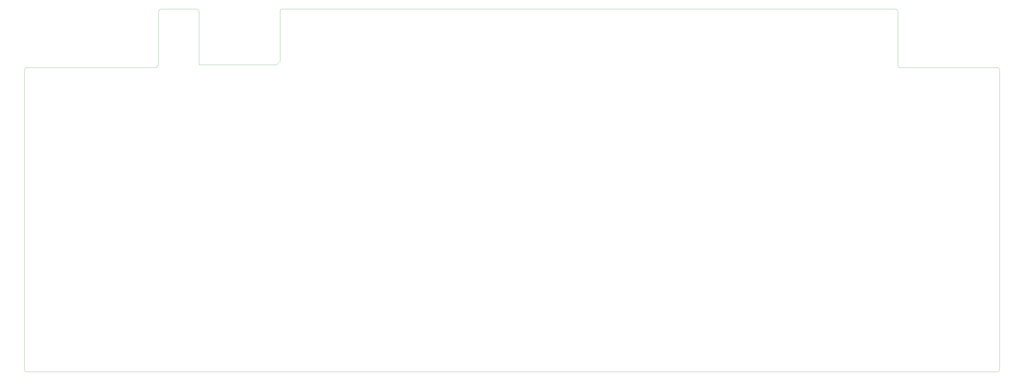
<source format=gm1>
G04 #@! TF.GenerationSoftware,KiCad,Pcbnew,5.1.9*
G04 #@! TF.CreationDate,2021-03-26T15:39:31-04:00*
G04 #@! TF.ProjectId,EKS-1k,454b532d-316b-42e6-9b69-6361645f7063,rev?*
G04 #@! TF.SameCoordinates,Original*
G04 #@! TF.FileFunction,Profile,NP*
%FSLAX46Y46*%
G04 Gerber Fmt 4.6, Leading zero omitted, Abs format (unit mm)*
G04 Created by KiCad (PCBNEW 5.1.9) date 2021-03-26 15:39:31*
%MOMM*%
%LPD*%
G01*
G04 APERTURE LIST*
G04 #@! TA.AperFunction,Profile*
%ADD10C,0.050000*%
G04 #@! TD*
G04 APERTURE END LIST*
D10*
X99450000Y-22050000D02*
X100950000Y-20550000D01*
X52950000Y-22050000D02*
X51950000Y-23100000D01*
X344850000Y-22650000D02*
X345300000Y-23100000D01*
X383850000Y-23100000D02*
G75*
G02*
X385000000Y-24250000I0J-1150000D01*
G01*
X343700000Y-50000D02*
G75*
G02*
X344850000Y-1200000I0J-1150000D01*
G01*
X100950000Y-700000D02*
G75*
G02*
X101600000Y-50000I650000J0D01*
G01*
X67800000Y-50000D02*
G75*
G02*
X68950000Y-1200000I0J-1150000D01*
G01*
X52950000Y-1200000D02*
G75*
G02*
X54100000Y-50000I1150000J0D01*
G01*
X0Y-24150000D02*
G75*
G02*
X1050000Y-23100000I1050000J0D01*
G01*
X1000000Y-143300000D02*
G75*
G02*
X0Y-142300000I0J1000000D01*
G01*
X385000000Y-142250000D02*
G75*
G02*
X383950000Y-143300000I-1050000J0D01*
G01*
X1000000Y-143300000D02*
X383950000Y-143300000D01*
X344850000Y-22650000D02*
X344850000Y-1200000D01*
X383850000Y-23100000D02*
X345300000Y-23100000D01*
X385000000Y-142250000D02*
X385000000Y-24250000D01*
X100950000Y-20550000D02*
X100950000Y-700000D01*
X101600000Y-50000D02*
X343700000Y-50000D01*
X68950000Y-22050000D02*
X99450000Y-22050000D01*
X1050000Y-23100000D02*
X51950000Y-23100000D01*
X0Y-142300000D02*
X0Y-24150000D01*
X68950000Y-1200000D02*
X68950000Y-22050000D01*
X54100000Y-50000D02*
X67800000Y-50000D01*
X52950000Y-22050000D02*
X52950000Y-1200000D01*
M02*

</source>
